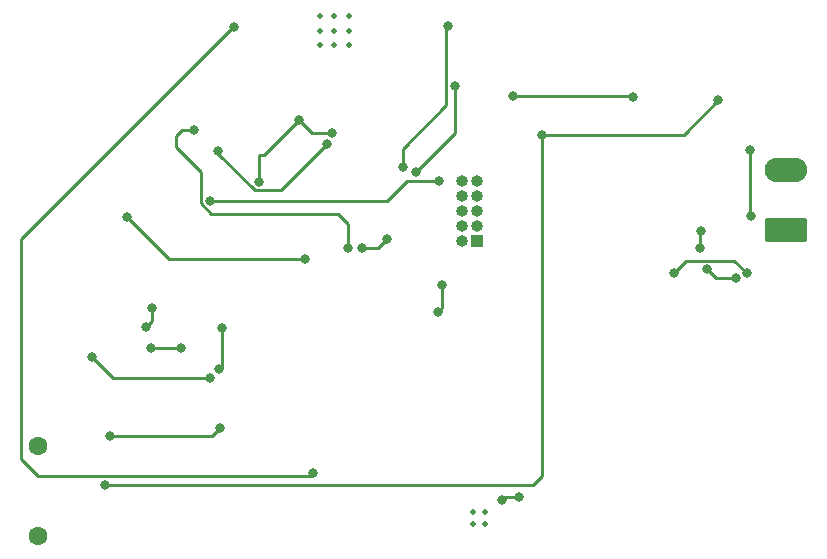
<source format=gbr>
%TF.GenerationSoftware,KiCad,Pcbnew,(6.0.6)*%
%TF.CreationDate,2022-08-28T11:43:10+01:00*%
%TF.ProjectId,task,7461736b-2e6b-4696-9361-645f70636258,rev?*%
%TF.SameCoordinates,Original*%
%TF.FileFunction,Copper,L4,Bot*%
%TF.FilePolarity,Positive*%
%FSLAX46Y46*%
G04 Gerber Fmt 4.6, Leading zero omitted, Abs format (unit mm)*
G04 Created by KiCad (PCBNEW (6.0.6)) date 2022-08-28 11:43:10*
%MOMM*%
%LPD*%
G01*
G04 APERTURE LIST*
G04 Aperture macros list*
%AMRoundRect*
0 Rectangle with rounded corners*
0 $1 Rounding radius*
0 $2 $3 $4 $5 $6 $7 $8 $9 X,Y pos of 4 corners*
0 Add a 4 corners polygon primitive as box body*
4,1,4,$2,$3,$4,$5,$6,$7,$8,$9,$2,$3,0*
0 Add four circle primitives for the rounded corners*
1,1,$1+$1,$2,$3*
1,1,$1+$1,$4,$5*
1,1,$1+$1,$6,$7*
1,1,$1+$1,$8,$9*
0 Add four rect primitives between the rounded corners*
20,1,$1+$1,$2,$3,$4,$5,0*
20,1,$1+$1,$4,$5,$6,$7,0*
20,1,$1+$1,$6,$7,$8,$9,0*
20,1,$1+$1,$8,$9,$2,$3,0*%
G04 Aperture macros list end*
%TA.AperFunction,ComponentPad*%
%ADD10C,0.500000*%
%TD*%
%TA.AperFunction,ComponentPad*%
%ADD11C,1.600000*%
%TD*%
%TA.AperFunction,ComponentPad*%
%ADD12R,1.000000X1.000000*%
%TD*%
%TA.AperFunction,ComponentPad*%
%ADD13O,1.000000X1.000000*%
%TD*%
%TA.AperFunction,ComponentPad*%
%ADD14RoundRect,0.249999X1.550001X-0.790001X1.550001X0.790001X-1.550001X0.790001X-1.550001X-0.790001X0*%
%TD*%
%TA.AperFunction,ComponentPad*%
%ADD15O,3.600000X2.080000*%
%TD*%
%TA.AperFunction,ComponentPad*%
%ADD16C,0.499999*%
%TD*%
%TA.AperFunction,ViaPad*%
%ADD17C,0.800000*%
%TD*%
%TA.AperFunction,Conductor*%
%ADD18C,0.250000*%
%TD*%
G04 APERTURE END LIST*
D10*
%TO.P,U3,P$1,PADDLEGND*%
%TO.N,GND*%
X158026550Y-95585000D03*
%TO.P,U3,P$2,PADDLEGND*%
X156826550Y-95585000D03*
%TO.P,U3,P$3,PADDLEGND*%
X159226550Y-95585000D03*
%TO.P,U3,P$4,PADDLEGND*%
X156826550Y-94385000D03*
%TO.P,U3,P$5,PADDLEGND*%
X158026550Y-94385000D03*
%TO.P,U3,P$6,PADDLEGND*%
X159226550Y-94385000D03*
%TO.P,U3,P$7,PADDLEGND*%
X156826550Y-96785000D03*
%TO.P,U3,P$8,PADDLEGND*%
X158026550Y-96785000D03*
%TO.P,U3,P$9,PADDLEGND*%
X159226550Y-96785000D03*
%TD*%
D11*
%TO.P,R6,1*%
%TO.N,PA0*%
X132900000Y-130800000D03*
%TO.P,R6,2*%
%TO.N,GND*%
X132900000Y-138400000D03*
%TD*%
D12*
%TO.P,J2,1,VTref*%
%TO.N,VDD*%
X170110000Y-113420000D03*
D13*
%TO.P,J2,2,SWDIO/TMS*%
%TO.N,SWDIO*%
X168840000Y-113420000D03*
%TO.P,J2,3,GND*%
%TO.N,GND*%
X170110000Y-112150000D03*
%TO.P,J2,4,SWDCLK/TCK*%
%TO.N,SWDCLK*%
X168840000Y-112150000D03*
%TO.P,J2,5,GND*%
%TO.N,GND*%
X170110000Y-110880000D03*
%TO.P,J2,6,SWO/TDO*%
%TO.N,unconnected-(J2-Pad6)*%
X168840000Y-110880000D03*
%TO.P,J2,7,KEY*%
%TO.N,unconnected-(J2-Pad7)*%
X170110000Y-109610000D03*
%TO.P,J2,8,NC/TDI*%
%TO.N,unconnected-(J2-Pad8)*%
X168840000Y-109610000D03*
%TO.P,J2,9,GNDDetect*%
%TO.N,Net-(J2-Pad9)*%
X170110000Y-108340000D03*
%TO.P,J2,10,~{RESET}*%
%TO.N,Net-(J2-Pad10)*%
X168840000Y-108340000D03*
%TD*%
D14*
%TO.P,J1,1,Pin_1*%
%TO.N,GND*%
X196272500Y-112440000D03*
D15*
%TO.P,J1,2,Pin_2*%
%TO.N,+12V*%
X196272500Y-107360000D03*
%TD*%
D16*
%TO.P,U2,7,EP*%
%TO.N,unconnected-(U2-Pad7)*%
X169790000Y-137359999D03*
X170789998Y-137359999D03*
X170789998Y-136359998D03*
X169790000Y-136359998D03*
%TD*%
D17*
%TO.N,GND*%
X193200000Y-105700000D03*
X193300000Y-111300000D03*
%TO.N,NRST*%
X137500000Y-123235500D03*
X147500000Y-125000000D03*
%TO.N,Net-(C8-Pad1)*%
X142600000Y-119100000D03*
X142100000Y-120709500D03*
%TO.N,Net-(Cb1-Pad2)*%
X192915292Y-116098447D03*
X186800000Y-116100000D03*
%TO.N,Net-(Cb2-Pad2)*%
X183300000Y-101200000D03*
X173100000Y-101100000D03*
%TO.N,+12V*%
X192000000Y-116500000D03*
X189100000Y-112530500D03*
X189000000Y-113979500D03*
X189600000Y-115800000D03*
%TO.N,+5V*%
X138600000Y-134100000D03*
X175600000Y-104400000D03*
X190500000Y-101500000D03*
%TO.N,SWDIO*%
X166800000Y-119400000D03*
X167100000Y-117100000D03*
%TO.N,Net-(J2-Pad10)*%
X166900000Y-108300000D03*
X147500000Y-110000000D03*
%TO.N,SCL*%
X173624500Y-135100000D03*
X172175500Y-135300000D03*
%TO.N,PA0*%
X139000000Y-129900000D03*
X148342299Y-129242299D03*
%TO.N,Net-(U1-Pad13)*%
X148500000Y-120800000D03*
X148260667Y-124275500D03*
%TO.N,Chip_EN*%
X155495500Y-114900000D03*
X140443950Y-111343950D03*
%TO.N,Net-(Re1-Pad2)*%
X148187701Y-105787701D03*
X157381617Y-105207723D03*
%TO.N,Net-(Rr1-Pad1)*%
X167600000Y-95200000D03*
X163800000Y-107100000D03*
%TO.N,Reset_n*%
X162500000Y-113200000D03*
X160357253Y-113981753D03*
%TO.N,SPI_SSN*%
X149500000Y-95300000D03*
X156200000Y-133075500D03*
%TO.N,WAKE*%
X159200000Y-114000000D03*
X146100000Y-104000000D03*
%TO.N,GPIO_6*%
X168224500Y-100300000D03*
X164925500Y-107575500D03*
%TO.N,VDD*%
X145000000Y-122500000D03*
X142500000Y-122500000D03*
X151600000Y-108400000D03*
X155000000Y-103200000D03*
X157800000Y-104300000D03*
%TD*%
D18*
%TO.N,GND*%
X193200000Y-105700000D02*
X193200000Y-111200000D01*
X193200000Y-111200000D02*
X193300000Y-111300000D01*
%TO.N,NRST*%
X137500000Y-123235500D02*
X139264500Y-125000000D01*
X139264500Y-125000000D02*
X147500000Y-125000000D01*
%TO.N,Net-(C8-Pad1)*%
X142600000Y-120209500D02*
X142100000Y-120709500D01*
X142600000Y-119100000D02*
X142600000Y-120209500D01*
%TO.N,Net-(Cb1-Pad2)*%
X186800000Y-116100000D02*
X187825000Y-115075000D01*
X191891845Y-115075000D02*
X192915292Y-116098447D01*
X187825000Y-115075000D02*
X191891845Y-115075000D01*
%TO.N,Net-(Cb2-Pad2)*%
X173100000Y-101100000D02*
X183200000Y-101100000D01*
X183200000Y-101100000D02*
X183300000Y-101200000D01*
%TO.N,+12V*%
X190300000Y-116500000D02*
X189600000Y-115800000D01*
X189000000Y-112630500D02*
X189100000Y-112530500D01*
X189000000Y-113979500D02*
X189000000Y-112630500D01*
X192000000Y-116500000D02*
X190300000Y-116500000D01*
%TO.N,+5V*%
X187600000Y-104400000D02*
X175600000Y-104400000D01*
X138600000Y-134100000D02*
X174800000Y-134100000D01*
X190500000Y-101500000D02*
X187600000Y-104400000D01*
X174800000Y-134100000D02*
X175600000Y-133300000D01*
X175600000Y-133300000D02*
X175600000Y-104400000D01*
%TO.N,SWDIO*%
X167100000Y-119100000D02*
X166800000Y-119400000D01*
X167100000Y-117100000D02*
X167100000Y-119100000D01*
%TO.N,Net-(J2-Pad10)*%
X166900000Y-108300000D02*
X164200000Y-108300000D01*
X162500000Y-110000000D02*
X147500000Y-110000000D01*
X164200000Y-108300000D02*
X162500000Y-110000000D01*
%TO.N,SCL*%
X172375500Y-135100000D02*
X172175500Y-135300000D01*
X173624500Y-135100000D02*
X172375500Y-135100000D01*
%TO.N,PA0*%
X139000000Y-129900000D02*
X147684598Y-129900000D01*
X147684598Y-129900000D02*
X148342299Y-129242299D01*
%TO.N,Net-(U1-Pad13)*%
X148500000Y-120800000D02*
X148500000Y-124036167D01*
X148500000Y-124036167D02*
X148260667Y-124275500D01*
%TO.N,Chip_EN*%
X155495500Y-114900000D02*
X144000000Y-114900000D01*
X144000000Y-114900000D02*
X140443950Y-111343950D01*
%TO.N,Net-(Re1-Pad2)*%
X151299695Y-109125000D02*
X153464340Y-109125000D01*
X153464340Y-109125000D02*
X157381617Y-105207723D01*
X148187701Y-105787701D02*
X148187701Y-106013006D01*
X148187701Y-106013006D02*
X151299695Y-109125000D01*
%TO.N,Net-(Rr1-Pad1)*%
X167500000Y-95300000D02*
X167500000Y-101900000D01*
X167600000Y-95200000D02*
X167500000Y-95300000D01*
X167500000Y-101900000D02*
X163800000Y-105600000D01*
X163800000Y-105600000D02*
X163800000Y-107100000D01*
%TO.N,Reset_n*%
X161718247Y-113981753D02*
X162500000Y-113200000D01*
X160357253Y-113981753D02*
X161718247Y-113981753D01*
%TO.N,SPI_SSN*%
X155975500Y-133300000D02*
X156200000Y-133075500D01*
X149400000Y-95300000D02*
X131500000Y-113200000D01*
X149500000Y-95300000D02*
X149400000Y-95300000D01*
X132900000Y-133300000D02*
X155975500Y-133300000D01*
X131500000Y-131900000D02*
X132900000Y-133300000D01*
X131500000Y-113200000D02*
X131500000Y-131900000D01*
%TO.N,WAKE*%
X159200000Y-112000000D02*
X158300000Y-111100000D01*
X145074695Y-104000000D02*
X146100000Y-104000000D01*
X159200000Y-114000000D02*
X159200000Y-112000000D01*
X144575000Y-104499695D02*
X145074695Y-104000000D01*
X147574695Y-111100000D02*
X146700000Y-110225305D01*
X146700000Y-110225305D02*
X146700000Y-107600000D01*
X158300000Y-111100000D02*
X147574695Y-111100000D01*
X144575000Y-105475000D02*
X144575000Y-104499695D01*
X146700000Y-107600000D02*
X144575000Y-105475000D01*
%TO.N,GPIO_6*%
X168224500Y-104276500D02*
X168224500Y-100300000D01*
X164925500Y-107575500D02*
X168224500Y-104276500D01*
%TO.N,VDD*%
X156100000Y-104300000D02*
X155000000Y-103200000D01*
X152099500Y-106100500D02*
X151600000Y-106100500D01*
X142500000Y-122500000D02*
X145000000Y-122500000D01*
X155000000Y-103200000D02*
X152099500Y-106100500D01*
X151600000Y-106100500D02*
X151600000Y-108400000D01*
X157800000Y-104300000D02*
X156100000Y-104300000D01*
%TD*%
M02*

</source>
